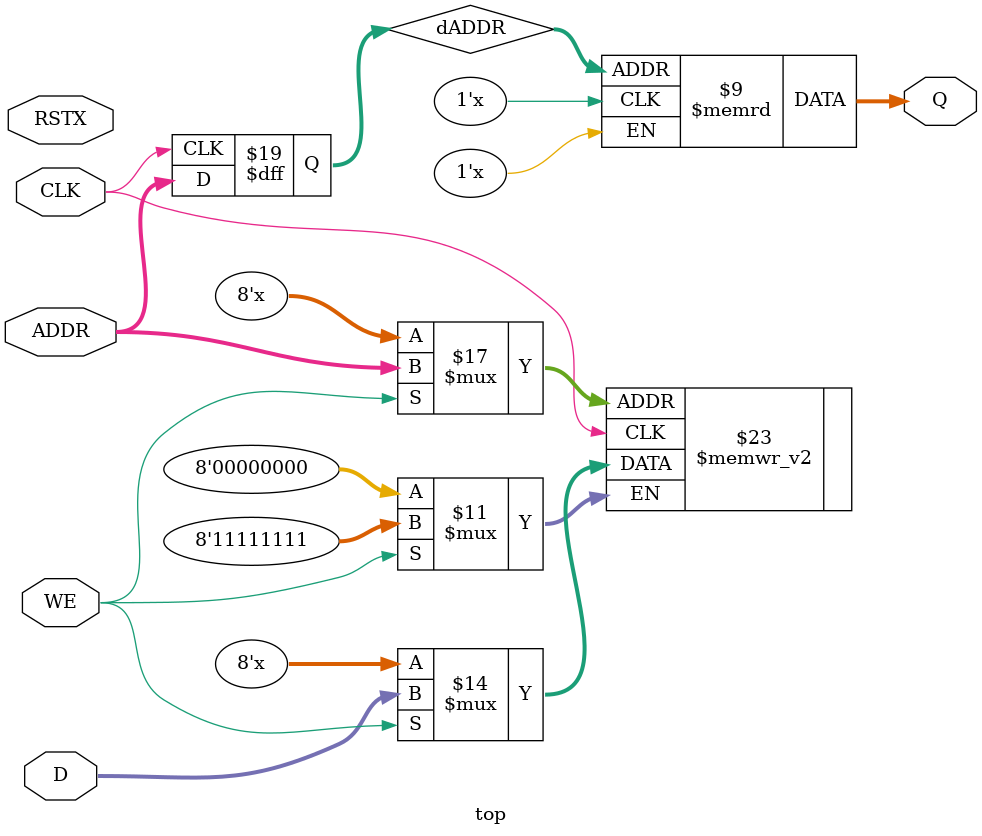
<source format=v>
module top(CLK, RSTX, ADDR, WE, D, Q);
  input CLK;
  input RSTX;

  input [7:0] ADDR;
  input WE;
  input [7:0] D;
  output [7:0] Q;

  reg [7:0] mem [0:255];
  reg [7:0] dADDR;
  
  always @(posedge CLK) begin
    if(WE) mem[ADDR] <= D;
    dADDR <= ADDR;
  end
  assign Q = mem[dADDR];
  
endmodule



</source>
